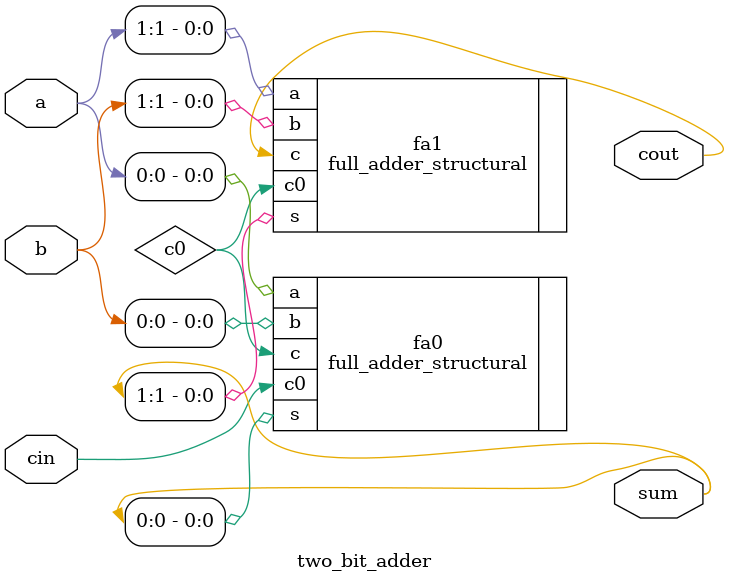
<source format=v>
`timescale 1ns / 1ps

module two_bit_adder (
    input wire [1:0] a,
    input wire [1:0] b,
    input wire cin,
    output wire [1:0] sum,
    output wire cout
);

wire c0;  // Intermediate carry wires

full_adder_structural fa0 (
    .a(a[0]),
    .b(b[0]),
    .c0(cin),
    .s(sum[0]),
    .c(c0)
);

full_adder_structural fa1 (
    .a(a[1]),
    .b(b[1]),
    .c0(c0),
    .s(sum[1]),
    .c(cout)
);


endmodule


</source>
